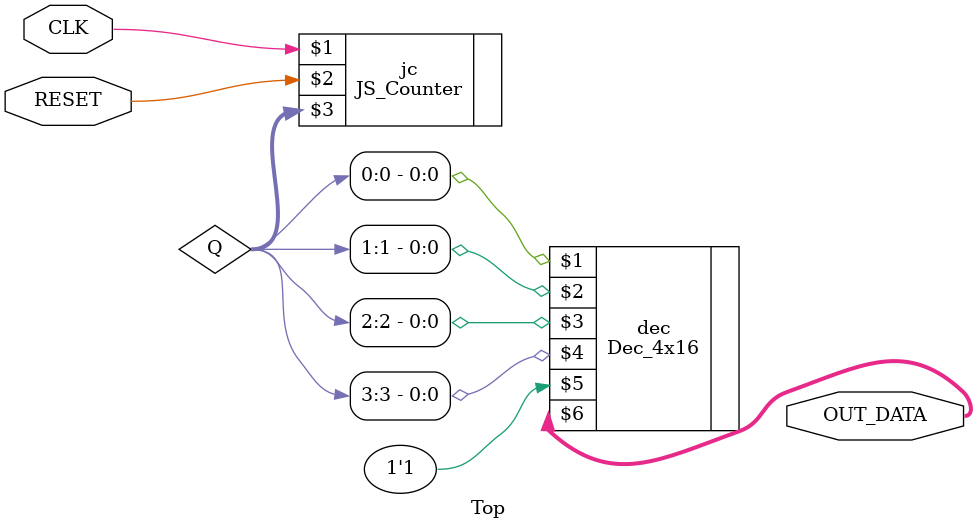
<source format=v>
module Top (CLK, RESET, OUT_DATA);

	input CLK, RESET;
	output [15:0] OUT_DATA;
	
	//Place your code here
	
	wire [0:3] Q;
	
	JS_Counter jc (CLK, RESET, Q);
	Dec_4x16 dec (Q[0], Q[1], Q[2], Q[3], 1'b1, OUT_DATA);
	
endmodule
</source>
